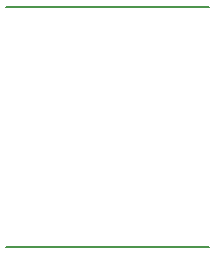
<source format=gbr>
G04 #@! TF.FileFunction,Profile,NP*
%FSLAX46Y46*%
G04 Gerber Fmt 4.6, Leading zero omitted, Abs format (unit mm)*
G04 Created by KiCad (PCBNEW 4.0.6-e0-6349~53~ubuntu16.04.1) date Thu Aug  3 21:42:43 2017*
%MOMM*%
%LPD*%
G01*
G04 APERTURE LIST*
%ADD10C,0.100000*%
%ADD11C,0.150000*%
G04 APERTURE END LIST*
D10*
D11*
X0Y-1905000D02*
X17145000Y-1905000D01*
X17145000Y18415000D02*
X0Y18415000D01*
M02*

</source>
